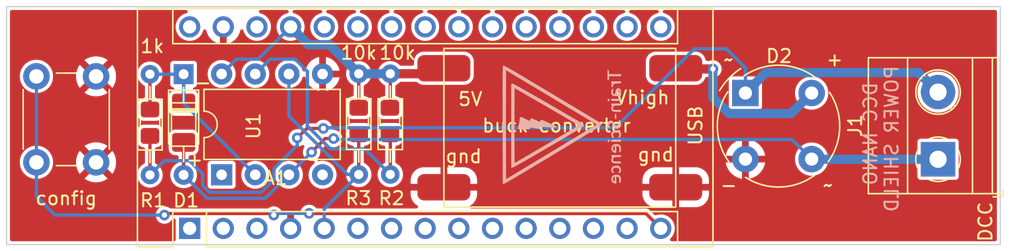
<source format=kicad_pcb>
(kicad_pcb (version 20240108) (generator "pcbnew") (generator_version "8.0")
  (layers (0 "F.Cu" signal) (31 "B.Cu" signal) (34 "B.Paste" user) (35 "F.Paste" user) (36 "B.SilkS" user "B.Silkscreen") (37 "F.SilkS" user "F.Silkscreen") (38 "B.Mask" user) (39 "F.Mask" user) (44 "Edge.Cuts" user))
  (net 0 "")
  (net 4 "GND")
  (net 5 "/DCC")
  (net 15 "Net-(A1-Pad15)")
  (net 27 "+5V")
  (net 30 "Net-(D1-Pad1)")
  (net 31 "/DCC_B")
  (net 32 "/DCC_A")
  (net 33 "Net-(D2-Pad4)")
  (net 34 "Net-(R2-Pad2)")
  (footprint "Button_Switch_THT:SW_PUSH_6mm" (layer "F.Cu") (at 87.75 92.277 90)
    (property "Reference" "SW1" (hide yes))
    (property "Value" "config" (at -2.723 2.25 180) (layer "F.SilkS"))
    (fp_line (start 5.5 -1) (end 1 -1) (stroke (width 0.12)) (layer "F.SilkS"))
    (fp_line (start -0.25 1.5) (end -0.25 3) (stroke (width 0.12)) (layer "F.SilkS"))
    (fp_line (start 6.75 3) (end 6.75 1.5) (stroke (width 0.12)) (layer "F.SilkS"))
    (fp_line (start 1 5.5) (end 5.5 5.5) (stroke (width 0.12)) (layer "F.SilkS"))
    (pad "1" thru_hole circle (at 0 0 180) (size 2 2) (drill 1.1) (layers "*.Cu" "*.Mask") (net 15 "Net-(A1-Pad15)"))
    (pad "1" thru_hole circle (at 6.5 0 180) (size 2 2) (drill 1.1) (layers "*.Cu" "*.Mask") (net 15 "Net-(A1-Pad15)"))
    (pad "2" thru_hole circle (at 0 4.5 180) (size 2 2) (drill 1.1) (layers "*.Cu" "*.Mask") (net 4 "GND"))
    (pad "2" thru_hole circle (at 6.5 4.5 180) (size 2 2) (drill 1.1) (layers "*.Cu" "*.Mask") (net 4 "GND"))
  )
  (footprint "Package_DIP:DIP-8_W7.62mm" (layer "F.Cu") (at 101.727 93.218 90)
    (property "Reference" "U1" (at 3.683 2.413 90) (layer "F.SilkS"))
    (property "Value" "6N137")
    (fp_line (start 6.46 -1.33) (end 4.81 -1.33) (stroke (width 0.12)) (layer "F.SilkS"))
    (fp_line (start 2.81 -1.33) (end 1.16 -1.33) (stroke (width 0.12)) (layer "F.SilkS"))
    (fp_line (start 1.16 -1.33) (end 1.16 8.95) (stroke (width 0.12)) (layer "F.SilkS"))
    (fp_line (start 6.46 8.95) (end 6.46 -1.33) (stroke (width 0.12)) (layer "F.SilkS"))
    (fp_line (start 1.16 8.95) (end 6.46 8.95) (stroke (width 0.12)) (layer "F.SilkS"))
    (fp_arc (start 4.81 -1.33) (mid 3.81 -0.33) (end 2.81 -1.33) (stroke (width 0.12)) (layer "F.SilkS"))
    (pad "1" thru_hole rect (at 0 0 90) (size 1.6 1.6) (drill 0.8) (layers "*.Cu" "*.Mask"))
    (pad "2" thru_hole oval (at 0 2.54 90) (size 1.6 1.6) (drill 0.8) (layers "*.Cu" "*.Mask") (net 30 "Net-(D1-Pad1)"))
    (pad "3" thru_hole oval (at 0 5.08 90) (size 1.6 1.6) (drill 0.8) (layers "*.Cu" "*.Mask") (net 31 "/DCC_B"))
    (pad "4" thru_hole oval (at 0 7.62 90) (size 1.6 1.6) (drill 0.8) (layers "*.Cu" "*.Mask"))
    (pad "5" thru_hole oval (at 7.62 7.62 90) (size 1.6 1.6) (drill 0.8) (layers "*.Cu" "*.Mask") (net 4 "GND"))
    (pad "6" thru_hole oval (at 7.62 5.08 90) (size 1.6 1.6) (drill 0.8) (layers "*.Cu" "*.Mask") (net 5 "/DCC"))
    (pad "7" thru_hole oval (at 7.62 2.54 90) (size 1.6 1.6) (drill 0.8) (layers "*.Cu" "*.Mask") (net 34 "Net-(R2-Pad2)"))
    (pad "8" thru_hole oval (at 7.62 0 90) (size 1.6 1.6) (drill 0.8) (layers "*.Cu" "*.Mask") (net 27 "+5V"))
  )
  (footprint "Resistor_SMD:R_0805_2012Metric_Pad1.20x1.40mm_HandSolder" (layer "F.Cu") (at 96.32 89.281 90)
    (property "Reference" "R11" (hide yes))
    (property "Value" "1k")
    (fp_line (start -0.227064 -0.735) (end 0.227064 -0.735) (stroke (width 0.12)) (layer "F.SilkS"))
    (fp_line (start -0.227064 0.735) (end 0.227064 0.735) (stroke (width 0.12)) (layer "F.SilkS"))
    (pad "1" smd roundrect (at -1 0 90) (size 1.2 1.4) (layers "F.Cu" "F.Paste" "F.Mask") (roundrect_rratio 0.2083333333) (net 32 "/DCC_A"))
    (pad "2" smd roundrect (at 1 0 90) (size 1.2 1.4) (layers "F.Cu" "F.Paste" "F.Mask") (roundrect_rratio 0.2083333333) (net 30 "Net-(D1-Pad1)"))
  )
  (footprint "Diode_SMD:D_1206_3216Metric_Pad1.42x1.75mm_HandSolder" (layer "F.Cu") (at 98.86 89.281 -90)
    (property "Reference" "D11" (hide yes))
    (property "Value" "D")
    (fp_line (start -2.46 1.135) (end 1.6 1.135) (stroke (width 0.12)) (layer "F.SilkS"))
    (fp_line (start -2.46 -1.135) (end -2.46 1.135) (stroke (width 0.12)) (layer "F.SilkS"))
    (fp_line (start 1.6 -1.135) (end -2.46 -1.135) (stroke (width 0.12)) (layer "F.SilkS"))
    (pad "1" smd roundrect (at -1.4875 0 270) (size 1.425 1.75) (layers "F.Cu" "F.Paste" "F.Mask") (roundrect_rratio 0.1754392982) (net 30 "Net-(D1-Pad1)"))
    (pad "2" smd roundrect (at 1.4875 0 270) (size 1.425 1.75) (layers "F.Cu" "F.Paste" "F.Mask") (roundrect_rratio 0.1754392982) (net 31 "/DCC_B"))
  )
  (footprint "Resistor_THT:R_Axial_DIN0204_L3.6mm_D1.6mm_P7.62mm_Horizontal" (layer "F.Cu") (at 114.459 85.577 -90)
    (property "Reference" "R2" (at 9.419 -0.095 0) (layer "F.SilkS"))
    (property "Value" "10k" (at -1.577 -0.541 180) (layer "F.SilkS"))
    (fp_line (start 1.89 0.92) (end 5.73 0.92) (stroke (width 0.12)) (layer "F.SilkS"))
    (fp_line (start 5.73 0.92) (end 5.73 -0.92) (stroke (width 0.12)) (layer "F.SilkS"))
    (fp_line (start 0.94 0) (end 1.89 0) (stroke (width 0.12)) (layer "F.SilkS"))
    (fp_line (start 6.68 0) (end 5.73 0) (stroke (width 0.12)) (layer "F.SilkS"))
    (fp_line (start 1.89 -0.92) (end 1.89 0.92) (stroke (width 0.12)) (layer "F.SilkS"))
    (fp_line (start 5.73 -0.92) (end 1.89 -0.92) (stroke (width 0.12)) (layer "F.SilkS"))
    (pad "1" thru_hole circle (at 0 0 270) (size 1.4 1.4) (drill 0.7) (layers "*.Cu" "*.Mask") (net 27 "+5V"))
    (pad "2" thru_hole oval (at 7.62 0 270) (size 1.4 1.4) (drill 0.7) (layers "*.Cu" "*.Mask") (net 34 "Net-(R2-Pad2)"))
  )
  (footprint "Module:Arduino_Nano" (layer "F.Cu") (at 99.314 97.272 90)
    (property "Reference" "A1" (at 3.8 6.477 180) (layer "F.SilkS"))
    (property "Value" "Arduino_Nano_v3.x")
    (fp_line (start 16.64 -3.94) (end -1.4 -3.94) (stroke (width 0.12)) (layer "F.SilkS"))
    (fp_line (start -1.4 -3.94) (end -1.4 -1.27) (stroke (width 0.12)) (layer "F.SilkS"))
    (fp_line (start 13.97 -1.27) (end 16.64 -1.27) (stroke (width 0.12)) (layer "F.SilkS"))
    (fp_line (start 13.97 -1.27) (end 13.97 36.83) (stroke (width 0.12)) (layer "F.SilkS"))
    (fp_line (start 1.27 -1.27) (end -1.4 -1.27) (stroke (width 0.12)) (layer "F.SilkS"))
    (fp_line (start 1.27 1.27) (end 1.27 -1.27) (stroke (width 0.12)) (layer "F.SilkS"))
    (fp_line (start 1.27 1.27) (end -1.4 1.27) (stroke (width 0.12)) (layer "F.SilkS"))
    (fp_line (start 1.27 1.27) (end 1.27 36.83) (stroke (width 0.12)) (layer "F.SilkS"))
    (fp_line (start -1.4 1.27) (end -1.4 39.5) (stroke (width 0.12)) (layer "F.SilkS"))
    (fp_line (start 13.97 36.83) (end 16.64 36.83) (stroke (width 0.12)) (layer "F.SilkS"))
    (fp_line (start 1.27 36.83) (end -1.4 36.83) (stroke (width 0.12)) (layer "F.SilkS"))
    (fp_line (start 16.64 39.5) (end 16.64 -3.94) (stroke (width 0.12)) (layer "F.SilkS"))
    (fp_line (start -1.4 39.5) (end 16.64 39.5) (stroke (width 0.12)) (layer "F.SilkS"))
    (pad "1" thru_hole rect (at 0 0 90) (size 1.6 1.6) (drill 1) (layers "*.Cu" "*.Mask"))
    (pad "2" thru_hole oval (at 0 2.54 90) (size 1.6 1.6) (drill 1) (layers "*.Cu" "*.Mask"))
    (pad "3" thru_hole oval (at 0 5.08 90) (size 1.6 1.6) (drill 1) (layers "*.Cu" "*.Mask"))
    (pad "4" thru_hole oval (at 0 7.62 90) (size 1.6 1.6) (drill 1) (layers "*.Cu" "*.Mask") (net 4 "GND"))
    (pad "5" thru_hole oval (at 0 10.16 90) (size 1.6 1.6) (drill 1) (layers "*.Cu" "*.Mask") (net 5 "/DCC"))
    (pad "6" thru_hole oval (at 0 12.7 90) (size 1.6 1.6) (drill 1) (layers "*.Cu" "*.Mask"))
    (pad "7" thru_hole oval (at 0 15.24 90) (size 1.6 1.6) (drill 1) (layers "*.Cu" "*.Mask"))
    (pad "8" thru_hole oval (at 0 17.78 90) (size 1.6 1.6) (drill 1) (layers "*.Cu" "*.Mask"))
    (pad "9" thru_hole oval (at 0 20.32 90) (size 1.6 1.6) (drill 1) (layers "*.Cu" "*.Mask"))
    (pad "10" thru_hole oval (at 0 22.86 90) (size 1.6 1.6) (drill 1) (layers "*.Cu" "*.Mask"))
    (pad "11" thru_hole oval (at 0 25.4 90) (size 1.6 1.6) (drill 1) (layers "*.Cu" "*.Mask"))
    (pad "12" thru_hole oval (at 0 27.94 90) (size 1.6 1.6) (drill 1) (layers "*.Cu" "*.Mask"))
    (pad "13" thru_hole oval (at 0 30.48 90) (size 1.6 1.6) (drill 1) (layers "*.Cu" "*.Mask"))
    (pad "14" thru_hole oval (at 0 33.02 90) (size 1.6 1.6) (drill 1) (layers "*.Cu" "*.Mask"))
    (pad "15" thru_hole oval (at 0 35.56 90) (size 1.6 1.6) (drill 1) (layers "*.Cu" "*.Mask") (net 15 "Net-(A1-Pad15)"))
    (pad "16" thru_hole oval (at 15.24 35.56 90) (size 1.6 1.6) (drill 1) (layers "*.Cu" "*.Mask"))
    (pad "17" thru_hole oval (at 15.24 33.02 90) (size 1.6 1.6) (drill 1) (layers "*.Cu" "*.Mask"))
    (pad "18" thru_hole oval (at 15.24 30.48 90) (size 1.6 1.6) (drill 1) (layers "*.Cu" "*.Mask"))
    (pad "19" thru_hole oval (at 15.24 27.94 90) (size 1.6 1.6) (drill 1) (layers "*.Cu" "*.Mask"))
    (pad "20" thru_hole oval (at 15.24 25.4 90) (size 1.6 1.6) (drill 1) (layers "*.Cu" "*.Mask"))
    (pad "21" thru_hole oval (at 15.24 22.86 90) (size 1.6 1.6) (drill 1) (layers "*.Cu" "*.Mask"))
    (pad "22" thru_hole oval (at 15.24 20.32 90) (size 1.6 1.6) (drill 1) (layers "*.Cu" "*.Mask"))
    (pad "23" thru_hole oval (at 15.24 17.78 90) (size 1.6 1.6) (drill 1) (layers "*.Cu" "*.Mask"))
    (pad "24" thru_hole oval (at 15.24 15.24 90) (size 1.6 1.6) (drill 1) (layers "*.Cu" "*.Mask"))
    (pad "25" thru_hole oval (at 15.24 12.7 90) (size 1.6 1.6) (drill 1) (layers "*.Cu" "*.Mask"))
    (pad "26" thru_hole oval (at 15.24 10.16 90) (size 1.6 1.6) (drill 1) (layers "*.Cu" "*.Mask"))
    (pad "27" thru_hole oval (at 15.24 7.62 90) (size 1.6 1.6) (drill 1) (layers "*.Cu" "*.Mask") (net 27 "+5V"))
    (pad "28" thru_hole oval (at 15.24 5.08 90) (size 1.6 1.6) (drill 1) (layers "*.Cu" "*.Mask"))
    (pad "29" thru_hole oval (at 15.24 2.54 90) (size 1.6 1.6) (drill 1) (layers "*.Cu" "*.Mask") (net 4 "GND"))
    (pad "30" thru_hole oval (at 15.24 0 90) (size 1.6 1.6) (drill 1) (layers "*.Cu" "*.Mask"))
  )
  (footprint "Resistor_SMD:R_0805_2012Metric_Pad1.20x1.40mm_HandSolder" (layer "F.Cu") (at 112.078 89.154 -90)
    (property "Reference" "R31" (hide yes))
    (property "Value" "10k")
    (fp_line (start -0.227064 0.735) (end 0.227064 0.735) (stroke (width 0.12)) (layer "F.SilkS"))
    (fp_line (start -0.227064 -0.735) (end 0.227064 -0.735) (stroke (width 0.12)) (layer "F.SilkS"))
    (pad "1" smd roundrect (at -1 0 270) (size 1.2 1.4) (layers "F.Cu" "F.Paste" "F.Mask") (roundrect_rratio 0.2083333333) (net 27 "+5V"))
    (pad "2" smd roundrect (at 1 0 270) (size 1.2 1.4) (layers "F.Cu" "F.Paste" "F.Mask") (roundrect_rratio 0.2083333333) (net 5 "/DCC"))
  )
  (footprint "custom_kicad_lib_sk:Buck" (layer "F.Cu") (at 125.004 88.162)
    (property "Reference" "U2")
    (property "Value" "Buck")
    (fp_rect (start -6.5 -4.5) (end 11 7.5) (stroke (width 0.12)) (fill none) (layer "F.SilkS"))
    (fp_text user "gnd" (at -5.004 3.659 0) (layer "F.SilkS"))
    (fp_text user "gnd" (at 9.496 3.532 0) (layer "F.SilkS"))
    (fp_text user "5V" (at -4.504 -0.662 0) (layer "F.SilkS"))
    (fp_text user "Vhigh" (at 8.496 -0.786 0) (layer "F.SilkS"))
    (pad "1" smd roundrect (at -6.5 -3) (size 4 2) (layers "F.Cu" "F.Paste" "F.Mask") (net 27 "+5V"))
    (pad "2" smd roundrect (at -6.5 6) (size 4 2) (layers "F.Cu" "F.Paste" "F.Mask") (net 4 "GND"))
    (pad "3" smd roundrect (at 11 6) (size 4 2) (layers "F.Cu" "F.Paste" "F.Mask") (net 4 "GND"))
    (pad "4" smd roundrect (at 11 -3) (size 4 2) (layers "F.Cu" "F.Paste" "F.Mask") (net 33 "Net-(D2-Pad4)"))
  )
  (footprint "Resistor_THT:R_Axial_DIN0204_L3.6mm_D1.6mm_P7.62mm_Horizontal" (layer "F.Cu") (at 112.078 85.577 -90)
    (property "Reference" "R3" (at 9.419 0.024 180) (layer "F.SilkS"))
    (property "Value" "10k" (at -1.577 0 0) (layer "F.SilkS"))
    (fp_line (start 1.89 0.92) (end 5.73 0.92) (stroke (width 0.12)) (layer "F.SilkS"))
    (fp_line (start 5.73 0.92) (end 5.73 -0.92) (stroke (width 0.12)) (layer "F.SilkS"))
    (fp_line (start 0.94 0) (end 1.89 0) (stroke (width 0.12)) (layer "F.SilkS"))
    (fp_line (start 6.68 0) (end 5.73 0) (stroke (width 0.12)) (layer "F.SilkS"))
    (fp_line (start 1.89 -0.92) (end 1.89 0.92) (stroke (width 0.12)) (layer "F.SilkS"))
    (fp_line (start 5.73 -0.92) (end 1.89 -0.92) (stroke (width 0.12)) (layer "F.SilkS"))
    (pad "1" thru_hole circle (at 0 0 270) (size 1.4 1.4) (drill 0.7) (layers "*.Cu" "*.Mask") (net 27 "+5V"))
    (pad "2" thru_hole oval (at 7.62 0 270) (size 1.4 1.4) (drill 0.7) (layers "*.Cu" "*.Mask") (net 5 "/DCC"))
  )
  (footprint "Diode_THT:Diode_Bridge_Round_D9.0mm" (layer "F.Cu") (at 141.264 87.035)
    (property "Reference" "D2" (at 2.54 -2.794 0) (layer "F.SilkS"))
    (property "Value" "D_Bridge_+A-A")
    (fp_arc (start -1.954487 -0.183757) (mid -1.246061 -1.107219) (end -0.35 -1.85) (stroke (width 0.12)) (layer "F.SilkS"))
    (fp_arc (start -1.25 5.2) (mid -2.120355 2.569427) (end -1.329431 -0.086109) (stroke (width 0.12)) (layer "F.SilkS"))
    (fp_arc (start -0.1 -1.3) (mid 2.595106 -2.103363) (end 5.254731 -1.189371) (stroke (width 0.12)) (layer "F.SilkS"))
    (fp_arc (start 5.25 6.2) (mid 2.657169 7.107363) (end 0.008533 6.3788) (stroke (width 0.12)) (layer "F.SilkS"))
    (fp_arc (start 6.35 -0.05) (mid 7.117021 2.590098) (end 6.247584 5.198261) (stroke (width 0.12)) (layer "F.SilkS"))
    (pad "1" thru_hole rect (at 0 0) (size 2 2) (drill 1) (layers "*.Cu" "*.Mask") (net 32 "/DCC_A"))
    (pad "2" thru_hole oval (at 0 5) (size 2 2) (drill 1) (layers "*.Cu" "*.Mask") (net 4 "GND"))
    (pad "3" thru_hole oval (at 5 5) (size 2 2) (drill 1) (layers "*.Cu" "*.Mask") (net 31 "/DCC_B"))
    (pad "4" thru_hole oval (at 5 0) (size 2 2) (drill 1) (layers "*.Cu" "*.Mask") (net 33 "Net-(D2-Pad4)"))
  )
  (footprint "TerminalBlock_Phoenix:TerminalBlock_Phoenix_MKDS-1,5-2-5.08_1x02_P5.08mm_Horizontal" (layer "F.Cu") (at 155.805 92.045 90)
    (property "Reference" "J1" (at 2.54 -6.26 90) (layer "F.SilkS"))
    (property "Value" "Screw_Terminal_01x02")
    (fp_line (start 7.68 -5.261) (end 7.68 4.66) (stroke (width 0.12)) (layer "F.SilkS"))
    (fp_line (start -2.6 -5.261) (end 7.68 -5.261) (stroke (width 0.12)) (layer "F.SilkS"))
    (fp_line (start -2.6 -5.261) (end -2.6 4.66) (stroke (width 0.12)) (layer "F.SilkS"))
    (fp_line (start -2.6 -2.301) (end 7.68 -2.301) (stroke (width 0.12)) (layer "F.SilkS"))
    (fp_line (start 6.15 -1.275) (end 6.115 -1.239) (stroke (width 0.12)) (layer "F.SilkS"))
    (fp_line (start 6.355 -1.069) (end 6.308 -1.023) (stroke (width 0.12)) (layer "F.SilkS"))
    (fp_line (start 3.853 1.023) (end 3.806 1.069) (stroke (width 0.12)) (layer "F.SilkS"))
    (fp_line (start 4.046 1.239) (end 4.011 1.274) (stroke (width 0.12)) (layer "F.SilkS"))
    (fp_line (start -2.6 2.6) (end 7.68 2.6) (stroke (width 0.12)) (layer "F.SilkS"))
    (fp_line (start -2.6 4.1) (end 7.68 4.1) (stroke (width 0.12)) (layer "F.SilkS"))
    (fp_line (start -2.84 4.16) (end -2.84 4.9) (stroke (width 0.12)) (layer "F.SilkS"))
    (fp_line (start -2.6 4.66) (end 7.68 4.66) (stroke (width 0.12)) (layer "F.SilkS"))
    (fp_line (start -2.84 4.9) (end -2.34 4.9) (stroke (width 0.12)) (layer "F.SilkS"))
    (fp_arc (start -0.683042 -1.535427) (mid 0.000524 -1.680501) (end 0.684 -1.535) (stroke (width 0.12)) (layer "F.SilkS"))
    (fp_arc (start 1.535427 -0.683042) (mid 1.680501 0.000524) (end 1.535 0.684) (stroke (width 0.12)) (layer "F.SilkS"))
    (fp_arc (start -1.535427 0.683042) (mid -1.680501 -0.000524) (end -1.535 -0.684) (stroke (width 0.12)) (layer "F.SilkS"))
    (fp_arc (start 0.683318 1.534756) (mid 0.349292 1.643288) (end 0 1.68) (stroke (width 0.12)) (layer "F.SilkS"))
    (fp_arc (start 0.028805 1.680253) (mid -0.335551 1.646659) (end -0.684 1.535) (stroke (width 0.12)) (layer "F.SilkS"))
    (fp_circle (center 5.08 0) (end 6.76 0) (stroke (width 0.12)) (fill none) (layer "F.SilkS"))
    (pad "1" thru_hole rect (at 0 0 90) (size 2.6 2.6) (drill 1.3) (layers "*.Cu" "*.Mask") (net 31 "/DCC_B"))
    (pad "2" thru_hole circle (at 5.08 0 90) (size 2.6 2.6) (drill 1.3) (layers "*.Cu" "*.Mask") (net 32 "/DCC_A"))
  )
  (footprint "Resistor_THT:R_Axial_DIN0204_L3.6mm_D1.6mm_P7.62mm_Horizontal" (layer "F.Cu") (at 96.32 93.233 90)
    (property "Reference" "R1" (at -1.926 0.23 180) (layer "F.SilkS"))
    (property "Value" "1k" (at 9.733 0.18 180) (layer "F.SilkS"))
    (fp_line (start 5.73 -0.92) (end 1.89 -0.92) (stroke (width 0.12)) (layer "F.SilkS"))
    (fp_line (start 1.89 -0.92) (end 1.89 0.92) (stroke (width 0.12)) (layer "F.SilkS"))
    (fp_line (start 6.68 0) (end 5.73 0) (stroke (width 0.12)) (layer "F.SilkS"))
    (fp_line (start 0.94 0) (end 1.89 0) (stroke (width 0.12)) (layer "F.SilkS"))
    (fp_line (start 5.73 0.92) (end 5.73 -0.92) (stroke (width 0.12)) (layer "F.SilkS"))
    (fp_line (start 1.89 0.92) (end 5.73 0.92) (stroke (width 0.12)) (layer "F.SilkS"))
    (pad "1" thru_hole circle (at 0 0 90) (size 1.4 1.4) (drill 0.7) (layers "*.Cu" "*.Mask") (net 32 "/DCC_A"))
    (pad "2" thru_hole oval (at 7.62 0 90) (size 1.4 1.4) (drill 0.7) (layers "*.Cu" "*.Mask") (net 30 "Net-(D1-Pad1)"))
  )
  (footprint "Diode_THT:D_DO-34_SOD68_P7.62mm_Horizontal" (layer "F.Cu") (at 98.86 85.608 -90)
    (property "Reference" "D1" (at 9.551 -0.19 180) (layer "F.SilkS"))
    (property "Value" "D")
    (fp_line (start 2.17 0.92) (end 5.45 0.92) (stroke (width 0.12)) (layer "F.SilkS"))
    (fp_line (start 5.45 0.92) (end 5.45 -0.92) (stroke (width 0.12)) (layer "F.SilkS"))
    (fp_line (start 0.99 0) (end 2.17 0) (stroke (width 0.12)) (layer "F.SilkS"))
    (fp_line (start 6.63 0) (end 5.45 0) (stroke (width 0.12)) (layer "F.SilkS"))
    (fp_line (start 2.17 -0.92) (end 2.17 0.92) (stroke (width 0.12)) (layer "F.SilkS"))
    (fp_line (start 2.626 -0.92) (end 2.626 0.92) (stroke (width 0.12)) (layer "F.SilkS"))
    (fp_line (start 2.746 -0.92) (end 2.746 0.92) (stroke (width 0.12)) (layer "F.SilkS"))
    (fp_line (start 2.866 -0.92) (end 2.866 0.92) (stroke (width 0.12)) (layer "F.SilkS"))
    (fp_line (start 5.45 -0.92) (end 2.17 -0.92) (stroke (width 0.12)) (layer "F.SilkS"))
    (fp_text user "-" (at 0.625 -1.47 180) (layer "F.SilkS"))
    (pad "1" thru_hole rect (at 0 0 270) (size 1.5 1.5) (drill 0.75) (layers "*.Cu" "*.Mask") (net 30 "Net-(D1-Pad1)"))
    (pad "2" thru_hole oval (at 7.62 0 270) (size 1.5 1.5) (drill 0.75) (layers "*.Cu" "*.Mask") (net 31 "/DCC_B"))
  )
  (footprint "Resistor_SMD:R_0805_2012Metric_Pad1.20x1.40mm_HandSolder" (layer "F.Cu") (at 114.427 89.154 -90)
    (property "Reference" "R21" (hide yes))
    (property "Value" "10k")
    (fp_line (start -0.227064 0.735) (end 0.227064 0.735) (stroke (width 0.12)) (layer "F.SilkS"))
    (fp_line (start -0.227064 -0.735) (end 0.227064 -0.735) (stroke (width 0.12)) (layer "F.SilkS"))
    (pad "1" smd roundrect (at -1 0 270) (size 1.2 1.4) (layers "F.Cu" "F.Paste" "F.Mask") (roundrect_rratio 0.2083333333) (net 27 "+5V"))
    (pad "2" smd roundrect (at 1 0 270) (size 1.2 1.4) (layers "F.Cu" "F.Paste" "F.Mask") (roundrect_rratio 0.2083333333) (net 34 "Net-(R2-Pad2)"))
  )
  (footprint "custom_kicad_lib_sk:Train-Science logo small" (layer "B.Cu") (at 127.5 89.5 -90)
    (property "Reference" "G***" (hide yes))
    (property "Value" "LOGO" (hide yes))
    (fp_poly (pts (xy -1.867174 -4.3782) (xy -2.028137 -4.3782) (xy -2.028137 -3.637769) (xy -1.867174 -3.637769)) (fill solid) (layer "B.SilkS"))
    (fp_poly (pts (xy 1.223321 -4.3782) (xy 1.062357 -4.3782) (xy 1.062357 -3.637769) (xy 1.223321 -3.637769)) (fill solid) (layer "B.SilkS"))
    (fp_poly (pts (xy -1.879051 -3.365565) (xy -1.85507 -3.397528) (xy -1.848957 -3.467248) (xy -1.897497 -3.5033) (xy -1.951794 -3.508999) (xy -2.01104 -3.497959) (xy -2.024208 -3.453786) (xy -2.022328 -3.436565) (xy -1.991057 -3.378361) (xy -1.934811 -3.352714)) (fill solid) (layer "B.SilkS"))
    (fp_poly (pts (xy 1.211443 -3.365565) (xy 1.235424 -3.397528) (xy 1.241537 -3.467248) (xy 1.192998 -3.5033) (xy 1.1387 -3.508999) (xy 1.079454 -3.497959) (xy 1.066286 -3.453786) (xy 1.068167 -3.436565) (xy 1.099438 -3.378361) (xy 1.155683 -3.352714)) (fill solid) (layer "B.SilkS"))
    (fp_poly (pts (xy -0.612737 -3.9006) (xy -0.533283 -3.922266) (xy -0.490713 -3.961014) (xy -0.488845 -3.967744) (xy -0.490951 -3.998166) (xy -0.520453 -4.01526) (xy -0.590351 -4.022672) (xy -0.689781 -4.024081) (xy -0.808268 -4.020841) (xy -0.874379 -4.009353) (xy -0.899883 -3.986965) (xy -0.901394 -3.976406) (xy -0.873403 -3.933919) (xy -0.802697 -3.906845) (xy -0.709175 -3.895599)) (fill solid) (layer "B.SilkS"))
    (fp_poly (pts (xy -3.669632 -3.34866) (xy -3.559722 -3.351709) (xy -3.492918 -3.358945) (xy -3.458582 -3.372129) (xy -3.446076 -3.393024) (xy -3.444613 -3.412421) (xy -3.454092 -3.452657) (xy -3.493451 -3.471683) (xy -3.579073 -3.476782) (xy -3.58948 -3.476806) (xy -3.734347 -3.476806) (xy -3.734347 -4.3782) (xy -3.89531 -4.3782) (xy -3.89531 -3.480334) (xy -4.047936 -3.470522) (xy -4.148526 -3.457408) (xy -4.198923 -3.431105) (xy -4.21126 -3.404373) (xy -4.210399 -3.380588) (xy -4.190335 -3.364589) (xy -4.140901 -3.354863) (xy -4.051928 -3.349892) (xy -3.91325 -3.348161) (xy -3.833286 -3.348036)) (fill solid) (layer "B.SilkS"))
    (fp_poly (pts (xy -3.20706 -3.649174) (xy -3.187072 -3.671095) (xy -3.167366 -3.687977) (xy -3.124803 -3.671095) (xy -3.032476 -3.639196) (xy -2.952967 -3.641074) (xy -2.904379 -3.674259) (xy -2.897338 -3.702155) (xy -2.912873 -3.749633) (xy -2.970283 -3.766013) (xy -2.992091 -3.76654) (xy -3.08017 -3.784752) (xy -3.139695 -3.843818) (xy -3.1741 -3.950385) (xy -3.18682 -4.1111) (xy -3.187072 -4.143919) (xy -3.188151 -4.264488) (xy -3.194538 -4.33444) (xy -3.210963 -4.367539) (xy -3.242154 -4.377549) (xy -3.267554 -4.3782) (xy -3.348035 -4.3782) (xy -3.348035 -3.637769) (xy -3.267554 -3.637769)) (fill solid) (layer "B.SilkS"))
    (fp_poly (pts (xy 3.456146 -3.654371) (xy 3.543105 -3.697368) (xy 3.592791 -3.756548) (xy 3.594178 -3.814197) (xy 3.572895 -3.852981) (xy 3.542199 -3.843557) (xy 3.513841 -3.819211) (xy 3.424501 -3.7745) (xy 3.322943 -3.773442) (xy 3.238538 -3.81626) (xy 3.237661 -3.817129) (xy 3.201357 -3.890078) (xy 3.187495 -3.994878) (xy 3.196074 -4.103032) (xy 3.227095 -4.186043) (xy 3.237661 -4.198841) (xy 3.321639 -4.242246) (xy 3.423161 -4.241772) (xy 3.512857 -4.197642) (xy 3.513841 -4.196759) (xy 3.559116 -4.162129) (xy 3.582547 -4.174932) (xy 3.594178 -4.201773) (xy 3.589623 -4.267108) (xy 3.534669 -4.324764) (xy 3.443265 -4.364981) (xy 3.341993 -4.3782) (xy 3.23693 -4.364144) (xy 3.150524 -4.312169) (xy 3.116435 -4.280323) (xy 3.06227 -4.220957) (xy 3.03476 -4.166703) (xy 3.027277 -4.094215) (xy 3.032787 -3.985733) (xy 3.063239 -3.823108) (xy 3.128926 -3.713042) (xy 3.232557 -3.652527) (xy 3.346264 -3.637769)) (fill solid) (layer "B.SilkS"))
    (fp_poly (pts (xy 0.784156 -3.654371) (xy 0.871115 -3.697368) (xy 0.920801 -3.756548) (xy 0.922188 -3.814197) (xy 0.900905 -3.852981) (xy 0.870209 -3.843557) (xy 0.841851 -3.819211) (xy 0.752511 -3.7745) (xy 0.650954 -3.773442) (xy 0.566548 -3.81626) (xy 0.565671 -3.817129) (xy 0.529974 -3.888454) (xy 0.515171 -3.998249) (xy 0.515082 -4.007985) (xy 0.527932 -4.119813) (xy 0.562192 -4.195116) (xy 0.565671 -4.198841) (xy 0.649649 -4.242246) (xy 0.751171 -4.241772) (xy 0.840868 -4.197642) (xy 0.841851 -4.196759) (xy 0.887126 -4.162129) (xy 0.910558 -4.174932) (xy 0.922188 -4.201773) (xy 0.917633 -4.267108) (xy 0.862679 -4.324764) (xy 0.771275 -4.364981) (xy 0.670003 -4.3782) (xy 0.56494 -4.364144) (xy 0.478534 -4.312169) (xy 0.444446 -4.280323) (xy 0.39028 -4.220957) (xy 0.36277 -4.166703) (xy 0.355287 -4.094215) (xy 0.360798 -3.985733) (xy 0.391249 -3.823108) (xy 0.456936 -3.713042) (xy 0.560567 -3.652527) (xy 0.674274 -3.637769)) (fill solid) (layer "B.SilkS"))
    (fp_poly (pts (xy 0.08045 -3.363771) (xy 0.163476 -3.40824) (xy 0.193154 -3.477335) (xy 0.193156 -3.477939) (xy 0.170182 -3.528914) (xy 0.121334 -3.539789) (xy 0.080482 -3.508999) (xy 0.032611 -3.483439) (xy -0.047363 -3.477888) (xy -0.130866 -3.490818) (xy -0.189325 -3.520703) (xy -0.191874 -3.52355) (xy -0.21804 -3.596183) (xy -0.180966 -3.673245) (xy -0.081544 -3.753443) (xy -0.004028 -3.796699) (xy 0.136108 -3.882305) (xy 0.216714 -3.971193) (xy 0.24249 -4.071135) (xy 0.223825 -4.173564) (xy 0.164082 -4.275535) (xy 0.095495 -4.330471) (xy -0.018443 -4.366535) (xy -0.150995 -4.376193) (xy -0.274362 -4.359597) (xy -0.346956 -4.328086) (xy -0.40363 -4.272052) (xy -0.419312 -4.22251) (xy -0.394108 -4.195068) (xy -0.346071 -4.199064) (xy -0.197064 -4.233359) (xy -0.075009 -4.242002) (xy 0.005829 -4.224264) (xy 0.015788 -4.217493) (xy 0.061853 -4.14537) (xy 0.055341 -4.062595) (xy 0.002818 -3.983964) (xy -0.089151 -3.924271) (xy -0.119083 -3.913566) (xy -0.188092 -3.877866) (xy -0.269912 -3.816568) (xy -0.288095 -3.800264) (xy -0.365715 -3.694707) (xy -0.385703 -3.587357) (xy -0.353625 -3.488715) (xy -0.27505 -3.409279) (xy -0.155545 -3.359551) (xy -0.048289 -3.348036)) (fill solid) (layer "B.SilkS"))
    (fp_poly (pts (xy -2.40532 -3.645768) (xy -2.326525 -3.67613) (xy -2.275297 -3.738404) (xy -2.245189 -3.842138) (xy -2.22975 -3.996881) (xy -2.226439 -4.069661) (xy -2.215488 -4.366149) (xy -2.45432 -4.371021) (xy -2.611055 -4.367821) (xy -2.715337 -4.349617) (xy -2.763052 -4.326932) (xy -2.817997 -4.253657) (xy -2.8318 -4.157537) (xy -2.826579 -4.141434) (xy -2.663371 -4.141434) (xy -2.661178 -4.198977) (xy -2.617211 -4.235887) (xy -2.541587 -4.248708) (xy -2.462907 -4.236034) (xy -2.420887 -4.210799) (xy -2.387663 -4.147033) (xy -2.382256 -4.110009) (xy -2.391113 -4.070273) (xy -2.429399 -4.05887) (xy -2.5002 -4.066989) (xy -2.611613 -4.096669) (xy -2.663371 -4.141434) (xy -2.826579 -4.141434) (xy -2.80241 -4.066887) (xy -2.783578 -4.04369) (xy -2.714915 -4.000608) (xy -2.611053 -3.960717) (xy -2.500848 -3.933723) (xy -2.438593 -3.927683) (xy -2.39073 -3.905832) (xy -2.389171 -3.848663) (xy -2.411779 -3.801951) (xy -2.44845 -3.775964) (xy -2.522247 -3.768689) (xy -2.620538 -3.77548) (xy -2.726931 -3.782973) (xy -2.782746 -3.776184) (xy -2.800575 -3.753278) (xy -2.80076 -3.74925) (xy -2.770723 -3.693209) (xy -2.685633 -3.655257) (xy -2.553023 -3.638364) (xy -2.518132 -3.637769)) (fill solid) (layer "B.SilkS"))
    (fp_poly (pts (xy -1.179743 -3.652213) (xy -1.106639 -3.700519) (xy -1.060135 -3.79015) (xy -1.036075 -3.928568) (xy -1.030165 -4.092808) (xy -1.03083 -4.228722) (xy -1.035174 -4.312734) (xy -1.046716 -4.357328) (xy -1.068976 -4.374987) (xy -1.105476 -4.378194) (xy -1.110646 -4.3782) (xy -1.150723 -4.375415) (xy -1.174641 -4.358257) (xy -1.186568 -4.313522) (xy -1.190674 -4.228007) (xy -1.191128 -4.123292) (xy -1.193501 -3.995739) (xy -1.199781 -3.889366) (xy -1.208712 -3.82384) (xy -1.210669 -3.817462) (xy -1.256725 -3.775444) (xy -1.33462 -3.771399) (xy -1.424149 -3.805399) (xy -1.441506 -3.816654) (xy -1.477783 -3.84892) (xy -1.499291 -3.893461) (xy -1.50977 -3.966262) (xy -1.512958 -4.083304) (xy -1.513054 -4.122485) (xy -1.513927 -4.249664) (xy -1.519311 -4.325642) (xy -1.533355 -4.363601) (xy -1.560209 -4.376724) (xy -1.593536 -4.3782) (xy -1.674018 -4.3782) (xy -1.674018 -4.007985) (xy -1.67363 -3.849262) (xy -1.670933 -3.743962) (xy -1.663621 -3.681124) (xy -1.649392 -3.649787) (xy -1.625943 -3.638988) (xy -1.596219 -3.637769) (xy -1.53075 -3.652507) (xy -1.503665 -3.67801) (xy -1.482168 -3.702107) (xy -1.446255 -3.67801) (xy -1.387205 -3.651219) (xy -1.298048 -3.63805) (xy -1.283604 -3.637769)) (fill solid) (layer "B.SilkS"))
    (fp_poly (pts (xy 2.715567 -3.652213) (xy 2.788671 -3.700519) (xy 2.835175 -3.79015) (xy 2.859236 -3.928568) (xy 2.865146 -4.092808) (xy 2.86448 -4.228722) (xy 2.860137 -4.312734) (xy 2.848595 -4.357328) (xy 2.826334 -4.374987) (xy 2.789834 -4.378194) (xy 2.784664 -4.3782) (xy 2.744587 -4.375415) (xy 2.72067 -4.358257) (xy 2.708742 -4.313522) (xy 2.704637 -4.228007) (xy 2.704183 -4.123292) (xy 2.70181 -3.995739) (xy 2.69553 -3.889366) (xy 2.686599 -3.82384) (xy 2.684642 -3.817462) (xy 2.638586 -3.775444) (xy 2.56069 -3.771399) (xy 2.471162 -3.805399) (xy 2.453804 -3.816654) (xy 2.417528 -3.84892) (xy 2.396019 -3.893461) (xy 2.385541 -3.966262) (xy 2.382352 -4.083304) (xy 2.382256 -4.122485) (xy 2.381383 -4.249664) (xy 2.375999 -4.325642) (xy 2.361955 -4.363601) (xy 2.335101 -4.376724) (xy 2.301774 -4.3782) (xy 2.221293 -4.3782) (xy 2.221293 -4.007985) (xy 2.22168 -3.849262) (xy 2.224378 -3.743962) (xy 2.231689 -3.681124) (xy 2.245918 -3.649787) (xy 2.269368 -3.638988) (xy 2.299092 -3.637769) (xy 2.364561 -3.652507) (xy 2.391646 -3.67801) (xy 2.413142 -3.702107) (xy 2.449056 -3.67801) (xy 2.508105 -3.651219) (xy 2.597263 -3.63805) (xy 2.611707 -3.637769)) (fill solid) (layer "B.SilkS"))
    (fp_poly (pts (xy 1.874086 -3.665419) (xy 1.97554 -3.737669) (xy 2.042702 -3.838471) (xy 2.06033 -3.925027) (xy 2.06033 -4.024081) (xy 1.802788 -4.024081) (xy 1.674253 -4.025517) (xy 1.597198 -4.031892) (xy 1.558746 -4.046313) (xy 1.54602 -4.071882) (xy 1.545247 -4.086167) (xy 1.568914 -4.17496) (xy 1.641552 -4.227168) (xy 1.76562 -4.244072) (xy 1.841189 -4.240295) (xy 1.949653 -4.233706) (xy 2.007504 -4.2403) (xy 2.027535 -4.262067) (xy 2.028137 -4.269376) (xy 1.999657 -4.321331) (xy 1.925454 -4.357024) (xy 1.822384 -4.375338) (xy 1.707304 -4.375154) (xy 1.597069 -4.355354) (xy 1.508536 -4.31482) (xy 1.495586 -4.304705) (xy 1.430456 -4.223779) (xy 1.397139 -4.110586) (xy 1.393087 -4.07989) (xy 1.397067 -3.908) (xy 1.412373 -3.869557) (xy 1.545247 -3.869557) (xy 1.574363 -3.883662) (xy 1.649466 -3.893017) (xy 1.722307 -3.895311) (xy 1.819283 -3.891076) (xy 1.883595 -3.880152) (xy 1.899366 -3.869557) (xy 1.87055 -3.814477) (xy 1.797044 -3.776712) (xy 1.722307 -3.76654) (xy 1.627639 -3.783306) (xy 1.562731 -3.826073) (xy 1.545247 -3.869557) (xy 1.412373 -3.869557) (xy 1.449928 -3.775233) (xy 1.548716 -3.685192) (xy 1.690478 -3.641482) (xy 1.755377 -3.637769)) (fill solid) (layer "B.SilkS"))
    (fp_poly (pts (xy 4.191957 -3.665419) (xy 4.293411 -3.737669) (xy 4.360573 -3.838471) (xy 4.3782 -3.925027) (xy 4.3782 -4.024081) (xy 4.120659 -4.024081) (xy 3.992123 -4.025517) (xy 3.915069 -4.031892) (xy 3.876617 -4.046313) (xy 3.86389 -4.071882) (xy 3.863118 -4.086167) (xy 3.886785 -4.17496) (xy 3.959423 -4.227168) (xy 4.083491 -4.244072) (xy 4.15906 -4.240295) (xy 4.267524 -4.233706) (xy 4.325375 -4.2403) (xy 4.345405 -4.262067) (xy 4.346008 -4.269376) (xy 4.317527 -4.321331) (xy 4.243324 -4.357024) (xy 4.140255 -4.375338) (xy 4.025174 -4.375154) (xy 3.91494 -4.355354) (xy 3.826407 -4.31482) (xy 3.813457 -4.304705) (xy 3.748327 -4.223779) (xy 3.71501 -4.110586) (xy 3.710957 -4.07989) (xy 3.714938 -3.908) (xy 3.730244 -3.869557) (xy 3.863118 -3.869557) (xy 3.892233 -3.883662) (xy 3.967337 -3.893017) (xy 4.040178 -3.895311) (xy 4.137154 -3.891076) (xy 4.201466 -3.880152) (xy 4.217237 -3.869557) (xy 4.188421 -3.814477) (xy 4.114915 -3.776712) (xy 4.040178 -3.76654) (xy 3.945509 -3.783306) (xy 3.880602 -3.826073) (xy 3.863118 -3.869557) (xy 3.730244 -3.869557) (xy 3.767799 -3.775233) (xy 3.866587 -3.685192) (xy 4.008349 -3.641482) (xy 4.073248 -3.637769)) (fill solid) (layer "B.SilkS"))
    (fp_poly (pts (xy 0.250482 3.398018) (xy 0.258312 3.360431) (xy 0.266207 3.271171) (xy 0.273323 3.142944) (xy 0.278815 2.988455) (xy 0.279494 2.961822) (xy 0.283147 2.79102) (xy 0.28333 2.672993) (xy 0.27842 2.596159) (xy 0.266793 2.548934) (xy 0.246824 2.519735) (xy 0.216889 2.496979) (xy 0.214047 2.495112) (xy 0.177374 2.463714) (xy 0.157846 2.420729) (xy 0.155167 2.353836) (xy 0.169042 2.250716) (xy 0.199173 2.099046) (xy 0.20399 2.076426) (xy 0.234196 1.927607) (xy 0.248081 1.829473) (xy 0.244797 1.770209) (xy 0.223496 1.738003) (xy 0.183328 1.721039) (xy 0.178383 1.719762) (xy 0.093995 1.698582) (xy 0.113104 1.340229) (xy 0.122361 1.168329) (xy 0.13182 0.9955) (xy 0.140114 0.846597) (xy 0.144094 0.776804) (xy 0.147732 0.616402) (xy 0.136399 0.518612) (xy 0.110043 0.48341) (xy 0.068612 0.510774) (xy 0.012053 0.600683) (xy -0.036281 0.70019) (xy -0.094889 0.829583) (xy -0.151819 0.955614) (xy -0.192615 1.046261) (xy -0.235959 1.142058) (xy -0.293724 1.268625) (xy -0.352412 1.396402) (xy -0.410483 1.535855) (xy -0.432862 1.630868) (xy -0.419591 1.690556) (xy -0.370712 1.724039) (xy -0.353957 1.729118) (xy -0.302087 1.746117) (xy -0.289734 1.754248) (xy -0.301976 1.787815) (xy -0.333966 1.863803) (xy -0.378601 1.966115) (xy -0.428778 2.078653) (xy -0.477393 2.185319) (xy -0.517132 2.269582) (xy -0.553917 2.350924) (xy -0.561542 2.396199) (xy -0.540994 2.426228) (xy -0.525165 2.438593) (xy -0.452176 2.472508) (xy -0.412351 2.478834) (xy -0.36338 2.484926) (xy -0.354119 2.492061) (xy -0.366789 2.526986) (xy -0.400137 2.60474) (xy -0.447168 2.710013) (xy -0.500888 2.827498) (xy -0.554304 2.941887) (xy -0.600421 3.037873) (xy -0.630486 3.096942) (xy -0.659596 3.160107) (xy -0.65177 3.193594) (xy -0.620583 3.213855) (xy -0.53333 3.246777) (xy -0.395236 3.27925) (xy -0.273637 3.301207) (xy -0.190498 3.31751) (xy -0.07335 3.34338) (xy 0.027233 3.367139) (xy 0.134416 3.389945) (xy 0.215087 3.40089)) (fill solid) (layer "B.SilkS"))
    (fp_poly (pts (xy 3.179239 3.830925) (xy 3.169077 3.796052) (xy 3.134748 3.721875) (xy 3.075339 3.60678) (xy 2.989941 3.449155) (xy 2.877641 3.24739) (xy 2.737526 2.999872) (xy 2.568687 2.704989) (xy 2.370211 2.361128) (xy 2.141187 1.966679) (xy 1.880703 1.52003) (xy 1.631778 1.09455) (xy 1.368647 0.645596) (xy 1.135907 0.249143) (xy 0.93161 -0.097982) (xy 0.753807 -0.398953) (xy 0.60055 -0.656942) (xy 0.469891 -0.875124) (xy 0.359881 -1.05667) (xy 0.268572 -1.204755) (xy 0.194014 -1.322552) (xy 0.134261 -1.413233) (xy 0.087362 -1.479973) (xy 0.051371 -1.525943) (xy 0.024337 -1.554318) (xy 0.004314 -1.568271) (xy -0.004969 -1.571019) (xy -0.078828 -1.563333) (xy -0.118283 -1.538827) (xy -0.138767 -1.505458) (xy -0.189191 -1.420294) (xy -0.267262 -1.287274) (xy -0.370688 -1.110339) (xy -0.497173 -0.893428) (xy -0.644426 -0.640482) (xy -0.810153 -0.355441) (xy -0.99206 -0.042244) (xy -1.187855 0.295169) (xy -1.395243 0.652857) (xy -1.611932 1.02688) (xy -1.660439 1.110646) (xy -1.943382 1.600038) (xy -2.194371 2.035755) (xy -2.414343 2.419476) (xy -2.604234 2.752877) (xy -2.764981 3.037634) (xy -2.89752 3.275425) (xy -3.002787 3.467927) (xy -3.081719 3.616816) (xy -3.100264 3.653866) (xy -2.831057 3.653866) (xy -1.427803 1.229825) (xy -1.217976 0.867944) (xy -1.017222 0.522838) (xy -0.827885 0.198474) (xy -0.652308 -0.101185) (xy -0.492836 -0.372174) (xy -0.351814 -0.61053) (xy -0.231586 -0.812287) (xy -0.134496 -0.973481) (xy -0.062889 -1.090149) (xy -0.019109 -1.158326) (xy -0.005551 -1.175218) (xy 0.013203 -1.145197) (xy 0.062076 -1.063637) (xy 0.138687 -0.934577) (xy 0.240658 -0.762061) (xy 0.365609 -0.55013) (xy 0.511161 -0.302826) (xy 0.674935 -0.02419) (xy 0.854552 0.281735) (xy 1.047632 0.610908) (xy 1.251797 0.959287) (xy 1.421346 1.248823) (xy 2.829247 3.653866) (xy 1.414623 3.662249) (xy 1.04211 3.663984) (xy 0.624153 3.665121) (xy 0.179691 3.665659) (xy -0.272337 3.665598) (xy -0.712992 3.664938) (xy -1.123334 3.663678) (xy -1.415529 3.662249) (xy -2.831057 3.653866) (xy -3.100264 3.653866) (xy -3.135253 3.723769) (xy -3.164325 3.790463) (xy -3.17064 3.814829) (xy -3.170976 3.911407) (xy 3.170976 3.911407)) (fill solid) (layer "B.SilkS"))
    (fp_poly (pts (xy -2.177236 4.566716) (xy -1.724771 4.566214) (xy -1.217326 4.565463) (xy -0.651718 4.564501) (xy -0.055144 4.563421) (xy 4.394297 4.55526) (xy 4.402412 4.474778) (xy 4.392766 4.444092) (xy 4.360546 4.377472) (xy 4.304831 4.273357) (xy 4.224701 4.130187) (xy 4.119236 3.9464) (xy 3.987517 3.720436) (xy 3.828623 3.450735) (xy 3.641634 3.135735) (xy 3.425631 2.773875) (xy 3.179692 2.363596) (xy 2.902899 1.903335) (xy 2.594331 1.391532) (xy 2.253068 0.826627) (xy 2.210681 0.756527) (xy 1.892208 0.230049) (xy 1.605234 -0.243951) (xy 1.348069 -0.66817) (xy 1.119028 -1.045302) (xy 0.916421 -1.378044) (xy 0.738561 -1.669091) (xy 0.583761 -1.921141) (xy 0.450332 -2.136888) (xy 0.336586 -2.319029) (xy 0.240836 -2.470259) (xy 0.161394 -2.593274) (xy 0.096573 -2.690771) (xy 0.044683 -2.765444) (xy 0.004038 -2.819991) (xy -0.02705 -2.857107) (xy -0.05027 -2.879488) (xy -0.067308 -2.88983) (xy -0.073048 -2.891234) (xy -0.156237 -2.877194) (xy -0.204854 -2.826849) (xy -0.227047 -2.790521) (xy -0.280348 -2.702298) (xy -0.362758 -2.565508) (xy -0.47228 -2.383476) (xy -0.606914 -2.159531) (xy -0.764662 -1.897) (xy -0.943527 -1.599208) (xy -1.141509 -1.269484) (xy -1.356611 -0.911155) (xy -1.586834 -0.527547) (xy -1.830181 -0.121988) (xy -2.084652 0.302196) (xy -2.348249 0.741676) (xy -2.411808 0.847656) (xy -2.72913 1.377004) (xy -3.014693 1.853894) (xy -3.270035 2.280976) (xy -3.496692 2.660897) (xy -3.696204 2.996307) (xy -3.870107 3.289854) (xy -4.01994 3.544188) (xy -4.147239 3.761957) (xy -4.253544 3.94581) (xy -4.340391 4.098397) (xy -4.409319 4.222366) (xy -4.449721 4.297718) (xy -4.178624 4.297718) (xy -0.08088 -2.532058) (xy 0.192957 -2.079549) (xy 0.247331 -1.989669) (xy 0.332405 -1.84901) (xy 0.445566 -1.661887) (xy 0.584205 -1.43262) (xy 0.74571 -1.165527) (xy 0.92747 -0.864926) (xy 1.126875 -0.535135) (xy 1.341313 -0.180472) (xy 1.568173 0.194744) (xy 1.804844 0.586196) (xy 2.048716 0.989564) (xy 2.257763 1.33534) (xy 4.048733 4.297718) (xy 1.992174 4.306003) (xy 1.548356 4.307468) (xy 1.05587 4.308526) (xy 0.530432 4.309176) (xy -0.012241 4.309419) (xy -0.556433 4.309254) (xy -1.086428 4.308682) (xy -1.58651 4.307702) (xy -2.040962 4.306315) (xy -2.121505 4.306003) (xy -4.178624 4.297718) (xy -4.449721 4.297718) (xy -4.461864 4.320365) (xy -4.499566 4.395045) (xy -4.523961 4.449053) (xy -4.536588 4.485039) (xy -4.538984 4.505651) (xy -4.537712 4.509683) (xy -4.531875 4.518362) (xy -4.522005 4.526181) (xy -4.504918 4.533179) (xy -4.47743 4.539392) (xy -4.436357 4.54486) (xy -4.378514 4.549621) (xy -4.300717 4.553712) (xy -4.199782 4.557172) (xy -4.072525 4.560039) (xy -3.915762 4.562352) (xy -3.726308 4.564148) (xy -3.50098 4.565466) (xy -3.236592 4.566343) (xy -2.929962 4.566818) (xy -2.577905 4.56693)) (fill solid) (layer "B.SilkS"))
  )
  (gr_rect (start 85.5 80.5) (end 160.5 98.5) (stroke (width 0.1)) (fill none) (layer "Edge.Cuts"))
  (gr_text "DCC NANO \nPOWER SHIELD" (at 151.5 90.5 90) (layer "B.SilkS") (effects (font (size 1 1)) (justify mirror)))
  (gr_text "~" (at 147.5 94 0) (layer "F.SilkS") (effects (font (size 1 1))))
  (gr_text "+" (at 99.695 92.075 0) (layer "F.SilkS") (effects (font (size 1 1))))
  (gr_text "USB" (at 137.5 89.5 90) (layer "F.SilkS") (effects (font (size 1 1))))
  (gr_text "DCC" (at 159.385 96.774 90) (layer "F.SilkS") (effects (font (size 1 1))))
  (gr_text "+" (at 148 84.5 0) (layer "F.SilkS") (effects (font (size 1 1))))
  (gr_text "-" (at 140 94 0) (layer "F.SilkS") (effects (font (size 1 1))))
  (gr_text "~" (at 140 84.5 0) (layer "F.SilkS") (effects (font (size 1 1))))
  (gr_text "buck converter" (at 127 89.5 0) (layer "F.SilkS") (effects (font (size 1 1))))
  (segment (start 112.078 90.154) (end 112.078 93.197) (width 0.25) (layer "F.Cu") (net 5))
  (segment (start 109.474 95.801) (end 112.078 93.197) (width 0.25) (layer "B.Cu") (net 5))
  (segment (start 111.231 93.197) (end 106.807 88.773) (width 0.25) (layer "B.Cu") (net 5))
  (segment (start 111.993 93.197) (end 112.078 93.197) (width 0.25) (layer "B.Cu") (net 5))
  (segment (start 106.807 88.773) (end 106.807 85.598) (width 0.25) (layer "B.Cu") (net 5))
  (segment (start 112.078 93.197) (end 111.231 93.197) (width 0.25) (layer "B.Cu") (net 5))
  (segment (start 109.474 97.272) (end 109.474 95.801) (width 0.25) (layer "B.Cu") (net 5))
  (segment (start 105.664 96.266) (end 105.545489 96.147489) (width 0.25) (layer "F.Cu") (net 15))
  (segment (start 97.527511 96.147489) (end 97.409 96.266) (width 0.25) (layer "F.Cu") (net 15))
  (segment (start 133.749489 96.147489) (end 108.339489 96.147489) (width 0.25) (layer "F.Cu") (net 15))
  (segment (start 105.545489 96.147489) (end 97.527511 96.147489) (width 0.25) (layer "F.Cu") (net 15))
  (segment (start 108.339489 96.147489) (end 108.331 96.139) (width 0.25) (layer "F.Cu") (net 15))
  (segment (start 134.874 97.272) (end 133.749489 96.147489) (width 0.25) (layer "F.Cu") (net 15))
  (via (at 105.664 96.266) (size 0.8) (drill 0.4) (layers "F.Cu" "B.Cu") (net 15))
  (via (at 108.331 96.139) (size 0.8) (drill 0.4) (layers "F.Cu" "B.Cu") (net 15))
  (via (at 97.409 96.266) (size 0.8) (drill 0.4) (layers "F.Cu" "B.Cu") (net 15))
  (segment (start 108.331 96.139) (end 105.791 96.139) (width 0.25) (layer "B.Cu") (net 15))
  (segment (start 89.154 96.266) (end 87.75 94.862) (width 0.25) (layer "B.Cu") (net 15))
  (segment (start 105.791 96.139) (end 105.664 96.266) (width 0.25) (layer "B.Cu") (net 15))
  (segment (start 87.75 92.277) (end 87.75 85.777) (width 0.25) (layer "B.Cu") (net 15))
  (segment (start 97.409 96.266) (end 89.154 96.266) (width 0.25) (layer "B.Cu") (net 15))
  (segment (start 87.75 94.862) (end 87.75 92.277) (width 0.25) (layer "B.Cu") (net 15))
  (segment (start 114.459 88.122) (end 114.459 85.577) (width 0.25) (layer "F.Cu") (net 27))
  (segment (start 114.459 85.577) (end 118.089 85.577) (width 0.7) (layer "F.Cu") (net 27))
  (segment (start 112.078 88.154) (end 112.078 85.577) (width 0.25) (layer "F.Cu") (net 27))
  (segment (start 114.427 88.154) (end 114.459 88.122) (width 0.25) (layer "F.Cu") (net 27))
  (segment (start 118.089 85.577) (end 118.504 85.162) (width 0.7) (layer "F.Cu") (net 27))
  (segment (start 114.459 85.577) (end 112.078 85.577) (width 0.7) (layer "B.Cu") (net 27))
  (segment (start 101.727 85.598) (end 102.851511 84.473489) (width 0.25) (layer "B.Cu") (net 27))
  (segment (start 108.283511 83.381511) (end 109.882511 83.381511) (width 0.7) (layer "B.Cu") (net 27))
  (segment (start 114.438 85.598) (end 114.459 85.577) (width 0.7) (layer "B.Cu") (net 27))
  (segment (start 109.882511 83.381511) (end 112.078 85.577) (width 0.7) (layer "B.Cu") (net 27))
  (segment (start 104.492511 84.473489) (end 106.934 82.032) (width 0.25) (layer "B.Cu") (net 27))
  (segment (start 102.851511 84.473489) (end 104.492511 84.473489) (width 0.25) (layer "B.Cu") (net 27))
  (segment (start 106.934 82.032) (end 108.283511 83.381511) (width 0.7) (layer "B.Cu") (net 27))
  (segment (start 98.86 85.608) (end 98.86 87.7935) (width 0.25) (layer "F.Cu") (net 30))
  (segment (start 96.32 88.281) (end 96.32 85.613) (width 0.25) (layer "F.Cu") (net 30))
  (segment (start 98.86 87.811) (end 104.267 93.218) (width 0.25) (layer "B.Cu") (net 30))
  (segment (start 98.86 85.608) (end 98.86 87.811) (width 0.25) (layer "B.Cu") (net 30))
  (segment (start 98.855 85.613) (end 98.86 85.608) (width 0.25) (layer "B.Cu") (net 30))
  (segment (start 96.32 85.613) (end 98.855 85.613) (width 0.25) (layer "B.Cu") (net 30))
  (segment (start 110.174479 90.480162) (end 109.544838 90.480162) (width 0.25) (layer "F.Cu") (net 31))
  (segment (start 98.86 90.7685) (end 98.86 93.228) (width 0.25) (layer "F.Cu") (net 31))
  (segment (start 109.544838 90.480162) (end 108.517201 91.507799) (width 0.25) (layer "F.Cu") (net 31))
  (via (at 110.174479 90.480162) (size 0.8) (drill 0.4) (layers "F.Cu" "B.Cu") (net 31))
  (via (at 108.517201 91.507799) (size 0.8) (drill 0.4) (layers "F.Cu" "B.Cu") (net 31))
  (segment (start 100.628 94.996) (end 98.86 93.228) (width 0.25) (layer "B.Cu") (net 31))
  (segment (start 110.245317 90.551) (end 144.78 90.551) (width 0.25) (layer "B.Cu") (net 31))
  (segment (start 105.029 94.996) (end 100.628 94.996) (width 0.25) (layer "B.Cu") (net 31))
  (segment (start 106.807 93.218) (end 105.029 94.996) (width 0.25) (layer "B.Cu") (net 31))
  (segment (start 144.78 90.551) (end 146.264 92.035) (width 0.25) (layer "B.Cu") (net 31))
  (segment (start 110.174479 90.480162) (end 110.245317 90.551) (width 0.25) (layer "B.Cu") (net 31))
  (segment (start 146.274 92.045) (end 146.264 92.035) (width 0.7) (layer "B.Cu") (net 31))
  (segment (start 108.517201 91.507799) (end 106.807 93.218) (width 0.25) (layer "B.Cu") (net 31))
  (segment (start 155.805 92.045) (end 146.274 92.045) (width 0.7) (layer "B.Cu") (net 31))
  (segment (start 107.437701 90.428299) (end 108.152213 89.713787) (width 0.25) (layer "F.Cu") (net 32))
  (segment (start 96.32 90.281) (end 96.32 93.233) (width 0.25) (layer "F.Cu") (net 32))
  (segment (start 108.152213 89.713787) (end 109.408104 89.713787) (width 0.25) (layer "F.Cu") (net 32))
  (via (at 107.437701 90.428299) (size 0.8) (drill 0.4) (layers "F.Cu" "B.Cu") (net 32))
  (via (at 109.408104 89.713787) (size 0.8) (drill 0.4) (layers "F.Cu" "B.Cu") (net 32))
  (segment (start 109.459891 89.662) (end 131.445 89.662) (width 0.25) (layer "B.Cu") (net 32))
  (segment (start 100.288859 93.13727) (end 99.305078 92.153489) (width 0.25) (layer "B.Cu") (net 32))
  (segment (start 107.437701 90.428299) (end 107.437701 90.996999) (width 0.25) (layer "B.Cu") (net 32))
  (segment (start 155.805 86.965) (end 154.325489 85.485489) (width 0.7) (layer "B.Cu") (net 32))
  (segment (start 105.682489 92.752211) (end 105.682489 93.580511) (width 0.25) (layer "B.Cu") (net 32))
  (segment (start 137.414 83.693) (end 139.827 83.693) (width 0.25) (layer "B.Cu") (net 32))
  (segment (start 142.813511 85.485489) (end 141.264 87.035) (width 0.7) (layer "B.Cu") (net 32))
  (segment (start 99.305078 92.153489) (end 97.399511 92.153489) (width 0.25) (layer "B.Cu") (net 32))
  (segment (start 105.682489 93.580511) (end 104.71652 94.54648) (width 0.25) (layer "B.Cu") (net 32))
  (segment (start 109.408104 89.713787) (end 109.459891 89.662) (width 0.25) (layer "B.Cu") (net 32))
  (segment (start 131.445 89.662) (end 137.414 83.693) (width 0.25) (layer "B.Cu") (net 32))
  (segment (start 100.288859 94.021141) (end 100.288859 93.13727) (width 0.25) (layer "B.Cu") (net 32))
  (segment (start 97.399511 92.153489) (end 96.32 93.233) (width 0.25) (layer "B.Cu") (net 32))
  (segment (start 107.437701 90.996999) (end 105.682489 92.752211) (width 0.25) (layer "B.Cu") (net 32))
  (segment (start 141.264 85.13) (end 141.264 87.035) (width 0.25) (layer "B.Cu") (net 32))
  (segment (start 154.325489 85.485489) (end 142.813511 85.485489) (width 0.7) (layer "B.Cu") (net 32))
  (segment (start 100.814198 94.54648) (end 100.288859 94.021141) (width 0.25) (layer "B.Cu") (net 32))
  (segment (start 139.827 83.693) (end 141.264 85.13) (width 0.25) (layer "B.Cu") (net 32))
  (segment (start 104.71652 94.54648) (end 100.814198 94.54648) (width 0.25) (layer "B.Cu") (net 32))
  (segment (start 138.811 85.217) (end 136.059 85.217) (width 0.7) (layer "F.Cu") (net 33))
  (segment (start 136.059 85.217) (end 136.004 85.162) (width 0.7) (layer "F.Cu") (net 33))
  (via (at 138.811 85.217) (size 0.8) (drill 0.4) (layers "F.Cu" "B.Cu") (net 33))
  (segment (start 146.264 87.035) (end 144.714489 88.584511) (width 0.7) (layer "B.Cu") (net 33))
  (segment (start 144.714489 88.584511) (end 140.019511 88.584511) (width 0.7) (layer "B.Cu") (net 33))
  (segment (start 138.811 87.376) (end 138.811 85.217) (width 0.7) (layer "B.Cu") (net 33))
  (segment (start 140.019511 88.584511) (end 138.811 87.376) (width 0.7) (layer "B.Cu") (net 33))
  (segment (start 114.427 90.154) (end 114.459 90.186) (width 0.25) (layer "F.Cu") (net 34))
  (segment (start 114.459 90.186) (end 114.459 93.197) (width 0.25) (layer "F.Cu") (net 34))
  (segment (start 109.939859 91.270141) (end 112.532141 91.270141) (width 0.25) (layer "B.Cu") (net 34))
  (segment (start 112.532141 91.270141) (end 114.459 93.197) (width 0.25) (layer "B.Cu") (net 34))
  (segment (start 107.272789 84.473489) (end 108.204 85.4047) (width 0.25) (layer "B.Cu") (net 34))
  (segment (start 104.267 85.598) (end 105.391511 84.473489) (width 0.25) (layer "B.Cu") (net 34))
  (segment (start 108.204 85.4047) (end 108.204 89.534282) (width 0.25) (layer "B.Cu") (net 34))
  (segment (start 108.204 89.534282) (end 109.939859 91.270141) (width 0.25) (layer "B.Cu") (net 34))
  (segment (start 105.391511 84.473489) (end 107.272789 84.473489) (width 0.25) (layer "B.Cu") (net 34))
  (segment (start 114.459 93.123) (end 114.459 93.197) (width 0.25) (layer "B.Cu") (net 34))
  (zone (net 4) (net_name "GND") (layer "F.Cu") (connect_pads (clearance 0.254)) (min_thickness 0.254) (fill yes (thermal_gap 0.508) (thermal_bridge_width 0.508))
    (polygon (pts (xy 161 99) (xy 85 99) (xy 85 80) (xy 161 80)))
  )
)
</source>
